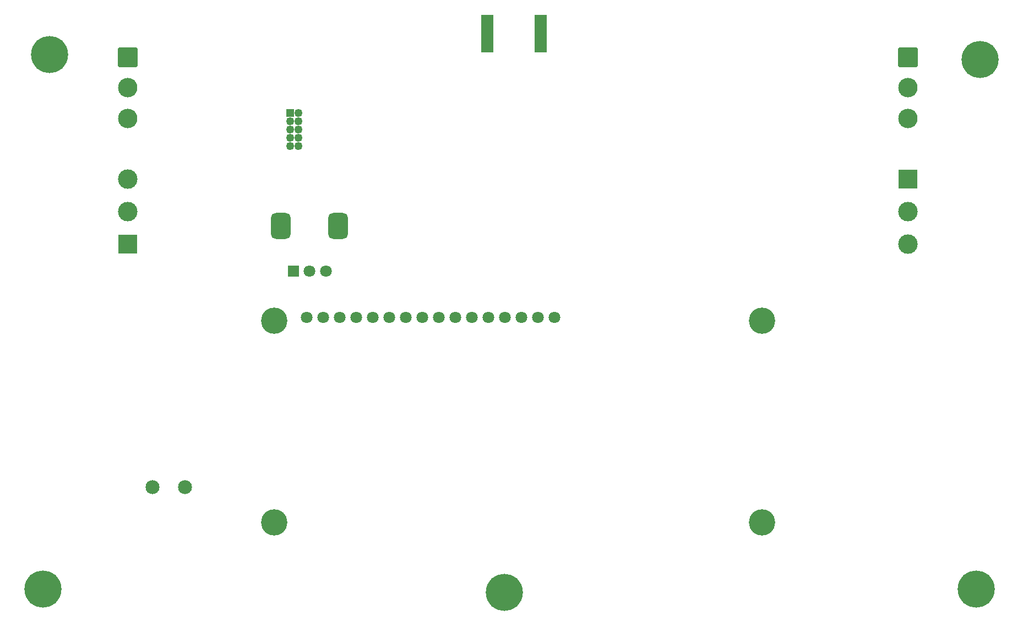
<source format=gbr>
%TF.GenerationSoftware,KiCad,Pcbnew,(6.0.9)*%
%TF.CreationDate,2024-05-17T13:50:49+01:00*%
%TF.ProjectId,Controller,436f6e74-726f-46c6-9c65-722e6b696361,rev?*%
%TF.SameCoordinates,Original*%
%TF.FileFunction,Soldermask,Bot*%
%TF.FilePolarity,Negative*%
%FSLAX46Y46*%
G04 Gerber Fmt 4.6, Leading zero omitted, Abs format (unit mm)*
G04 Created by KiCad (PCBNEW (6.0.9)) date 2024-05-17 13:50:49*
%MOMM*%
%LPD*%
G01*
G04 APERTURE LIST*
G04 Aperture macros list*
%AMRoundRect*
0 Rectangle with rounded corners*
0 $1 Rounding radius*
0 $2 $3 $4 $5 $6 $7 $8 $9 X,Y pos of 4 corners*
0 Add a 4 corners polygon primitive as box body*
4,1,4,$2,$3,$4,$5,$6,$7,$8,$9,$2,$3,0*
0 Add four circle primitives for the rounded corners*
1,1,$1+$1,$2,$3*
1,1,$1+$1,$4,$5*
1,1,$1+$1,$6,$7*
1,1,$1+$1,$8,$9*
0 Add four rect primitives between the rounded corners*
20,1,$1+$1,$2,$3,$4,$5,0*
20,1,$1+$1,$4,$5,$6,$7,0*
20,1,$1+$1,$6,$7,$8,$9,0*
20,1,$1+$1,$8,$9,$2,$3,0*%
G04 Aperture macros list end*
%ADD10C,5.700000*%
%ADD11C,3.600000*%
%ADD12RoundRect,0.102000X-1.387500X-1.387500X1.387500X-1.387500X1.387500X1.387500X-1.387500X1.387500X0*%
%ADD13C,2.979000*%
%ADD14C,2.154000*%
%ADD15C,1.800000*%
%ADD16C,4.050000*%
%ADD17RoundRect,0.102000X-0.825000X2.800000X-0.825000X-2.800000X0.825000X-2.800000X0.825000X2.800000X0*%
%ADD18R,3.000000X3.000000*%
%ADD19C,3.000000*%
%ADD20RoundRect,0.102000X-0.525000X0.525000X-0.525000X-0.525000X0.525000X-0.525000X0.525000X0.525000X0*%
%ADD21C,1.254000*%
%ADD22R,1.800000X1.800000*%
%ADD23RoundRect,0.750000X0.750000X-1.250000X0.750000X1.250000X-0.750000X1.250000X-0.750000X-1.250000X0*%
G04 APERTURE END LIST*
D10*
%TO.C,H2*%
X235090000Y-39630000D03*
D11*
X235090000Y-39630000D03*
%TD*%
D12*
%TO.C,S3*%
X104000000Y-39300000D03*
D13*
X104000000Y-44000000D03*
X104000000Y-48700000D03*
%TD*%
D12*
%TO.C,S4*%
X224000000Y-39300000D03*
D13*
X224000000Y-44000000D03*
X224000000Y-48700000D03*
%TD*%
D10*
%TO.C,H4*%
X91970000Y-38860000D03*
D11*
X91970000Y-38860000D03*
%TD*%
D14*
%TO.C,J1*%
X107830000Y-105370000D03*
X112830000Y-105370000D03*
%TD*%
D11*
%TO.C,H5*%
X161880000Y-121550000D03*
D10*
X161880000Y-121550000D03*
%TD*%
D15*
%TO.C,21111111*%
X131500000Y-79255000D03*
X134040000Y-79255000D03*
X136580000Y-79255000D03*
X139120000Y-79255000D03*
X141660000Y-79255000D03*
X144200000Y-79255000D03*
X146740000Y-79255000D03*
X149280000Y-79255000D03*
X151820000Y-79255000D03*
X154360000Y-79255000D03*
X156900000Y-79255000D03*
X159440000Y-79255000D03*
X161980000Y-79255000D03*
X164520000Y-79255000D03*
X167060000Y-79255000D03*
X169600000Y-79255000D03*
D16*
X126500000Y-79755000D03*
X126500000Y-110755000D03*
X201500000Y-79755000D03*
X201500000Y-110755000D03*
%TD*%
D17*
%TO.C,J3*%
X167545000Y-35650000D03*
X159295000Y-35650000D03*
%TD*%
D18*
%TO.C,RV3*%
X224000000Y-58000000D03*
D19*
X224000000Y-63000000D03*
X224000000Y-68000000D03*
%TD*%
D18*
%TO.C,RV2*%
X104000000Y-68000000D03*
D19*
X104000000Y-63000000D03*
X104000000Y-58000000D03*
%TD*%
D20*
%TO.C,J2*%
X129015000Y-47860000D03*
D21*
X130285000Y-47860000D03*
X129015000Y-49130000D03*
X130285000Y-49130000D03*
X129015000Y-50400000D03*
X130285000Y-50400000D03*
X129015000Y-51670000D03*
X130285000Y-51670000D03*
X129015000Y-52940000D03*
X130285000Y-52940000D03*
%TD*%
D10*
%TO.C,H1*%
X90960000Y-121050000D03*
D11*
X90960000Y-121050000D03*
%TD*%
D22*
%TO.C,RV1*%
X129450000Y-72200000D03*
D15*
X131950000Y-72200000D03*
X134450000Y-72200000D03*
D23*
X136350000Y-65200000D03*
X127550000Y-65200000D03*
%TD*%
D11*
%TO.C,H3*%
X234450000Y-121050000D03*
D10*
X234450000Y-121050000D03*
%TD*%
M02*

</source>
